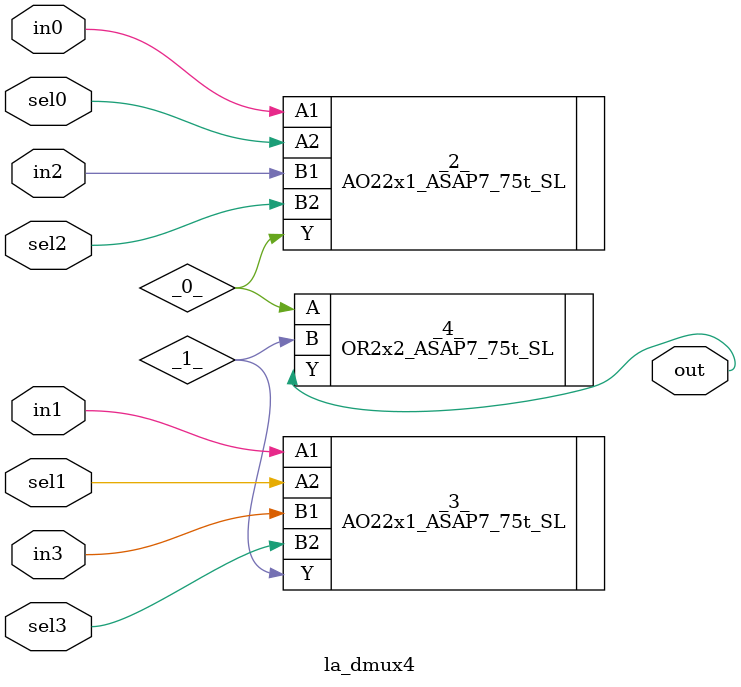
<source format=v>

/* Generated by Yosys 0.44 (git sha1 80ba43d26, g++ 11.4.0-1ubuntu1~22.04 -fPIC -O3) */

(* top =  1  *)
(* src = "inputs/la_dmux4.v:10.1-26.10" *)
module la_dmux4 (
    sel3,
    sel2,
    sel1,
    sel0,
    in3,
    in2,
    in1,
    in0,
    out
);
  wire _0_;
  wire _1_;
  (* src = "inputs/la_dmux4.v:20.12-20.15" *)
  input in0;
  wire in0;
  (* src = "inputs/la_dmux4.v:19.12-19.15" *)
  input in1;
  wire in1;
  (* src = "inputs/la_dmux4.v:18.12-18.15" *)
  input in2;
  wire in2;
  (* src = "inputs/la_dmux4.v:17.12-17.15" *)
  input in3;
  wire in3;
  (* src = "inputs/la_dmux4.v:21.12-21.15" *)
  output out;
  wire out;
  (* src = "inputs/la_dmux4.v:16.12-16.16" *)
  input sel0;
  wire sel0;
  (* src = "inputs/la_dmux4.v:15.12-15.16" *)
  input sel1;
  wire sel1;
  (* src = "inputs/la_dmux4.v:14.12-14.16" *)
  input sel2;
  wire sel2;
  (* src = "inputs/la_dmux4.v:13.12-13.16" *)
  input sel3;
  wire sel3;
  AO22x1_ASAP7_75t_SL _2_ (
      .A1(in0),
      .A2(sel0),
      .B1(in2),
      .B2(sel2),
      .Y (_0_)
  );
  AO22x1_ASAP7_75t_SL _3_ (
      .A1(in1),
      .A2(sel1),
      .B1(in3),
      .B2(sel3),
      .Y (_1_)
  );
  OR2x2_ASAP7_75t_SL _4_ (
      .A(_0_),
      .B(_1_),
      .Y(out)
  );
endmodule

</source>
